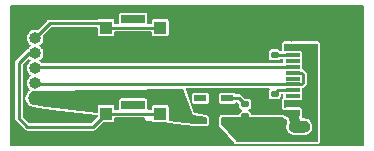
<source format=gbr>
%TF.GenerationSoftware,KiCad,Pcbnew,7.0.5-7.0.5~ubuntu22.04.1*%
%TF.CreationDate,2023-07-07T08:35:14+08:00*%
%TF.ProjectId,usb_programmer,7573625f-7072-46f6-9772-616d6d65722e,rev?*%
%TF.SameCoordinates,PX37a6d38PY343e060*%
%TF.FileFunction,Copper,L1,Top*%
%TF.FilePolarity,Positive*%
%FSLAX46Y46*%
G04 Gerber Fmt 4.6, Leading zero omitted, Abs format (unit mm)*
G04 Created by KiCad (PCBNEW 7.0.5-7.0.5~ubuntu22.04.1) date 2023-07-07 08:35:14*
%MOMM*%
%LPD*%
G01*
G04 APERTURE LIST*
G04 Aperture macros list*
%AMRoundRect*
0 Rectangle with rounded corners*
0 $1 Rounding radius*
0 $2 $3 $4 $5 $6 $7 $8 $9 X,Y pos of 4 corners*
0 Add a 4 corners polygon primitive as box body*
4,1,4,$2,$3,$4,$5,$6,$7,$8,$9,$2,$3,0*
0 Add four circle primitives for the rounded corners*
1,1,$1+$1,$2,$3*
1,1,$1+$1,$4,$5*
1,1,$1+$1,$6,$7*
1,1,$1+$1,$8,$9*
0 Add four rect primitives between the rounded corners*
20,1,$1+$1,$2,$3,$4,$5,0*
20,1,$1+$1,$4,$5,$6,$7,0*
20,1,$1+$1,$6,$7,$8,$9,0*
20,1,$1+$1,$8,$9,$2,$3,0*%
G04 Aperture macros list end*
%TA.AperFunction,ComponentPad*%
%ADD10O,1.000000X1.000000*%
%TD*%
%TA.AperFunction,SMDPad,CuDef*%
%ADD11R,1.143000X0.609600*%
%TD*%
%TA.AperFunction,SMDPad,CuDef*%
%ADD12R,1.143000X0.304800*%
%TD*%
%TA.AperFunction,ComponentPad*%
%ADD13O,1.803400X0.990600*%
%TD*%
%TA.AperFunction,ComponentPad*%
%ADD14O,2.209800X0.990600*%
%TD*%
%TA.AperFunction,SMDPad,CuDef*%
%ADD15R,1.000000X1.100000*%
%TD*%
%TA.AperFunction,SMDPad,CuDef*%
%ADD16R,2.000000X0.700000*%
%TD*%
%TA.AperFunction,SMDPad,CuDef*%
%ADD17R,1.045000X0.532000*%
%TD*%
%TA.AperFunction,SMDPad,CuDef*%
%ADD18RoundRect,0.135000X0.185000X-0.135000X0.185000X0.135000X-0.185000X0.135000X-0.185000X-0.135000X0*%
%TD*%
%TA.AperFunction,SMDPad,CuDef*%
%ADD19RoundRect,0.135000X-0.185000X0.135000X-0.185000X-0.135000X0.185000X-0.135000X0.185000X0.135000X0*%
%TD*%
%TA.AperFunction,Conductor*%
%ADD20C,0.254000*%
%TD*%
G04 APERTURE END LIST*
D10*
%TO.P,J2,1,Pin_1*%
%TO.N,RST*%
X2144248Y-2828121D03*
%TO.P,J2,2,Pin_2*%
%TO.N,BOOT*%
X2144248Y-4098121D03*
%TO.P,J2,3,Pin_3*%
%TO.N,D+*%
X2144248Y-5368121D03*
%TO.P,J2,4,Pin_4*%
%TO.N,D-*%
X2144248Y-6638121D03*
%TO.P,J2,5,Pin_5*%
%TO.N,+3V3*%
X2144248Y-7908121D03*
%TO.P,J2,6,Pin_6*%
%TO.N,GND*%
X2144248Y-9178121D03*
%TD*%
D11*
%TO.P,J1,A1,GND*%
%TO.N,GND*%
X23941801Y-9200001D03*
%TO.P,J1,A4,VBUS*%
%TO.N,VBUS*%
X23941801Y-8400000D03*
D12*
%TO.P,J1,A5,CC1*%
%TO.N,Net-(J1-CC1)*%
X23941801Y-7250000D03*
%TO.P,J1,A6,D+*%
%TO.N,D+*%
X23941801Y-6250000D03*
%TO.P,J1,A7,D-*%
%TO.N,D-*%
X23941801Y-5750000D03*
%TO.P,J1,A8,SBU1*%
%TO.N,unconnected-(J1-SBU1-PadA8)*%
X23941801Y-4750000D03*
D11*
%TO.P,J1,A9,VBUS*%
%TO.N,VBUS*%
X23941801Y-3600000D03*
%TO.P,J1,A12,GND*%
%TO.N,GND*%
X23941801Y-2800001D03*
D12*
%TO.P,J1,B5,CC2*%
%TO.N,Net-(J1-CC2)*%
X23941801Y-4249940D03*
%TO.P,J1,B6,D+*%
%TO.N,D+*%
X23941801Y-5249941D03*
%TO.P,J1,B7,D-*%
%TO.N,D-*%
X23941801Y-6749940D03*
%TO.P,J1,B8,SBU2*%
%TO.N,unconnected-(J1-SBU2-PadB8)*%
X23941801Y-7749941D03*
D13*
%TO.P,J1,S1,SHIELD*%
%TO.N,GND*%
X24516800Y-10320000D03*
D14*
X28516801Y-10320000D03*
D13*
X24516800Y-1680000D03*
D14*
X28516801Y-1680000D03*
%TD*%
D15*
%TO.P,SW1,1,1*%
%TO.N,BOOT*%
X8145000Y-9208500D03*
%TO.P,SW1,2,2*%
X12745000Y-9208500D03*
%TO.P,SW1,3,3*%
%TO.N,GND*%
X8145000Y-10808500D03*
%TO.P,SW1,4,4*%
X12745000Y-10808500D03*
D16*
%TO.P,SW1,5,5*%
%TO.N,unconnected-(SW1-Pad5)*%
X10445000Y-8484500D03*
%TD*%
D17*
%TO.P,U1,1,VIN*%
%TO.N,VBUS*%
X18430000Y-9810000D03*
%TO.P,U1,2,GND*%
%TO.N,GND*%
X18430000Y-8860000D03*
%TO.P,U1,3,EN*%
%TO.N,Net-(U1-EN)*%
X18430000Y-7910000D03*
%TO.P,U1,4,NC*%
%TO.N,unconnected-(U1-NC-Pad4)*%
X16134000Y-7910000D03*
%TO.P,U1,5,VOUT*%
%TO.N,+3V3*%
X16134000Y-9810000D03*
%TD*%
D18*
%TO.P,R2,1*%
%TO.N,Net-(J1-CC2)*%
X22425000Y-4230000D03*
%TO.P,R2,2*%
%TO.N,GND*%
X22425000Y-3210000D03*
%TD*%
D19*
%TO.P,R3,1*%
%TO.N,Net-(J1-CC1)*%
X22425000Y-7540001D03*
%TO.P,R3,2*%
%TO.N,GND*%
X22425000Y-8560001D03*
%TD*%
D15*
%TO.P,SW3,1,1*%
%TO.N,RST*%
X8135000Y-1935000D03*
%TO.P,SW3,2,2*%
X12735000Y-1935000D03*
%TO.P,SW3,3,3*%
%TO.N,GND*%
X8135000Y-3535000D03*
%TO.P,SW3,4,4*%
X12735000Y-3535000D03*
D16*
%TO.P,SW3,5,5*%
%TO.N,unconnected-(SW3-Pad5)*%
X10435000Y-1211000D03*
%TD*%
D18*
%TO.P,R1,1*%
%TO.N,VBUS*%
X19917000Y-9454049D03*
%TO.P,R1,2*%
%TO.N,Net-(U1-EN)*%
X19917000Y-8434049D03*
%TD*%
D20*
%TO.N,GND*%
X23795000Y-2621800D02*
X24516800Y-1900000D01*
X23795000Y-9818200D02*
X24516800Y-10540000D01*
X23795000Y-3020001D02*
X23795000Y-2621800D01*
X23795000Y-9420001D02*
X23795000Y-9818200D01*
%TO.N,BOOT*%
X760000Y-9590000D02*
X760000Y-4920000D01*
X8145000Y-9208500D02*
X12745000Y-9208500D01*
X760000Y-4920000D02*
X1581879Y-4098121D01*
X8145000Y-9208500D02*
X7033500Y-10320000D01*
X1490000Y-10320000D02*
X760000Y-9590000D01*
X1581879Y-4098121D02*
X2144248Y-4098121D01*
X7033500Y-10320000D02*
X1490000Y-10320000D01*
%TO.N,D+*%
X2262428Y-5249941D02*
X2144248Y-5368121D01*
X23795000Y-5249941D02*
X2262428Y-5249941D01*
%TO.N,D-*%
X24820000Y-5897100D02*
X24820000Y-6602900D01*
X2256067Y-6749940D02*
X2144248Y-6638121D01*
X24672960Y-6749940D02*
X23795000Y-6749940D01*
X24672900Y-5750000D02*
X24820000Y-5897100D01*
X24820000Y-6602900D02*
X24672960Y-6749940D01*
X23795000Y-6749940D02*
X2256067Y-6749940D01*
X23795000Y-5750000D02*
X24672900Y-5750000D01*
%TO.N,RST*%
X8142000Y-1942000D02*
X7780000Y-1580000D01*
X8135000Y-1935000D02*
X12735000Y-1935000D01*
X3392369Y-1580000D02*
X2144248Y-2828121D01*
X7780000Y-1580000D02*
X3392369Y-1580000D01*
X8145000Y-1942000D02*
X8142000Y-1942000D01*
%TO.N,Net-(U1-EN)*%
X19392951Y-7910000D02*
X19917000Y-8434049D01*
X18430000Y-7910000D02*
X19392951Y-7910000D01*
%TO.N,Net-(J1-CC2)*%
X22444940Y-4249940D02*
X23941801Y-4249940D01*
X22425000Y-4230000D02*
X22444940Y-4249940D01*
%TO.N,Net-(J1-CC1)*%
X22640000Y-7340000D02*
X22730000Y-7250000D01*
X22730000Y-7250000D02*
X23941801Y-7250000D01*
X22425000Y-7540001D02*
X22625001Y-7340000D01*
X22625001Y-7340000D02*
X22640000Y-7340000D01*
%TD*%
%TA.AperFunction,Conductor*%
%TO.N,+3V3*%
G36*
X14669948Y-7104354D02*
G01*
X14681877Y-7122822D01*
X15318132Y-8881000D01*
X15490445Y-9357156D01*
X16618570Y-9533523D01*
X16650584Y-9553053D01*
X16660000Y-9581934D01*
X16660000Y-10041000D01*
X16645648Y-10075648D01*
X16611000Y-10090000D01*
X15611413Y-10090000D01*
X15608594Y-10089837D01*
X13486382Y-9844239D01*
X13453613Y-9825999D01*
X13443340Y-9789931D01*
X13443957Y-9786003D01*
X13445500Y-9778248D01*
X13445500Y-8638752D01*
X13433867Y-8580269D01*
X13392481Y-8518331D01*
X13389552Y-8513947D01*
X13349795Y-8487382D01*
X13323231Y-8469633D01*
X13264748Y-8458000D01*
X12225252Y-8458000D01*
X12166768Y-8469632D01*
X12166769Y-8469633D01*
X12100447Y-8513947D01*
X12064114Y-8568325D01*
X12056133Y-8580269D01*
X12044500Y-8638752D01*
X12044500Y-8638755D01*
X12044500Y-8832000D01*
X12030148Y-8866648D01*
X11995500Y-8881000D01*
X11694500Y-8881000D01*
X11659852Y-8866648D01*
X11645500Y-8832000D01*
X11645500Y-8114755D01*
X11645500Y-8114754D01*
X11645500Y-8114752D01*
X11633867Y-8056269D01*
X11607301Y-8016512D01*
X11589552Y-7989947D01*
X11549795Y-7963382D01*
X11523231Y-7945633D01*
X11464748Y-7934000D01*
X9425252Y-7934000D01*
X9366768Y-7945632D01*
X9366769Y-7945633D01*
X9300447Y-7989947D01*
X9256133Y-8056269D01*
X9244500Y-8114752D01*
X9244500Y-8114754D01*
X9244500Y-8114755D01*
X9244500Y-8832000D01*
X9230148Y-8866648D01*
X9195500Y-8881000D01*
X8894500Y-8881000D01*
X8859852Y-8866648D01*
X8845500Y-8832000D01*
X8845500Y-8638755D01*
X8845500Y-8638752D01*
X8833867Y-8580269D01*
X8792481Y-8518331D01*
X8789552Y-8513947D01*
X8749795Y-8487382D01*
X8723231Y-8469633D01*
X8664748Y-8458000D01*
X7625252Y-8458000D01*
X7566768Y-8469632D01*
X7566769Y-8469633D01*
X7500447Y-8513947D01*
X7456133Y-8580269D01*
X7444499Y-8638755D01*
X7444499Y-9090033D01*
X7430147Y-9124681D01*
X7395499Y-9139033D01*
X7389866Y-9138708D01*
X2506867Y-8573613D01*
X2489728Y-8568325D01*
X2394472Y-8518330D01*
X2229304Y-8477621D01*
X2059192Y-8477621D01*
X2059189Y-8477621D01*
X2041861Y-8481892D01*
X2010969Y-8479412D01*
X1747028Y-8367236D01*
X1722005Y-8343314D01*
X1510626Y-7902176D01*
X1508596Y-7864728D01*
X1511426Y-7858234D01*
X1702540Y-7494208D01*
X1724418Y-7472958D01*
X2003547Y-7336639D01*
X2036769Y-7333094D01*
X2059192Y-7338621D01*
X2059195Y-7338621D01*
X2229304Y-7338621D01*
X2394473Y-7297911D01*
X2445950Y-7270893D01*
X2468009Y-7265287D01*
X14635097Y-7090501D01*
X14669948Y-7104354D01*
G37*
%TD.AperFunction*%
%TD*%
%TA.AperFunction,Conductor*%
%TO.N,VBUS*%
G36*
X23287329Y-3292757D02*
G01*
X23287336Y-3292726D01*
X23292069Y-3293667D01*
X23292070Y-3293668D01*
X23350553Y-3305301D01*
X23612673Y-3305301D01*
X23629428Y-3308255D01*
X23737253Y-3347501D01*
X23852747Y-3347501D01*
X23960571Y-3308255D01*
X23977327Y-3305301D01*
X24533046Y-3305301D01*
X24533049Y-3305301D01*
X24591532Y-3293668D01*
X24591532Y-3293667D01*
X24596266Y-3292726D01*
X24596272Y-3292757D01*
X24610134Y-3290000D01*
X26031000Y-3290000D01*
X26065648Y-3304352D01*
X26080000Y-3339000D01*
X26080000Y-11536035D01*
X26065648Y-11570683D01*
X26031035Y-11585035D01*
X19168129Y-11589983D01*
X19133471Y-11575656D01*
X19130287Y-11572155D01*
X17911193Y-10093575D01*
X17900000Y-10062403D01*
X17900000Y-9589000D01*
X17914352Y-9554352D01*
X17949000Y-9540000D01*
X23132661Y-9540000D01*
X23167309Y-9554352D01*
X23180719Y-9579440D01*
X23181433Y-9583029D01*
X23181434Y-9583032D01*
X23225748Y-9649353D01*
X23252313Y-9667102D01*
X23292070Y-9693668D01*
X23350553Y-9705301D01*
X23418500Y-9705301D01*
X23453148Y-9719653D01*
X23467500Y-9754301D01*
X23467500Y-9802827D01*
X23467407Y-9804963D01*
X23463713Y-9847186D01*
X23474678Y-9888107D01*
X23475141Y-9890194D01*
X23482502Y-9931938D01*
X23486596Y-9939030D01*
X23491488Y-9950842D01*
X23494715Y-9962882D01*
X23493288Y-9963264D01*
X23494667Y-9994999D01*
X23492014Y-10000999D01*
X23455037Y-10071455D01*
X23414600Y-10235515D01*
X23414600Y-10404484D01*
X23455038Y-10568547D01*
X23533555Y-10718150D01*
X23533557Y-10718154D01*
X23533562Y-10718162D01*
X23584381Y-10775525D01*
X23645607Y-10844636D01*
X23645612Y-10844640D01*
X23784669Y-10940624D01*
X23784668Y-10940624D01*
X23784671Y-10940625D01*
X23942661Y-11000543D01*
X24068315Y-11015800D01*
X24068319Y-11015800D01*
X24965281Y-11015800D01*
X24965285Y-11015800D01*
X25090939Y-11000543D01*
X25248929Y-10940625D01*
X25387989Y-10844639D01*
X25500038Y-10718162D01*
X25578562Y-10568546D01*
X25619000Y-10404485D01*
X25619000Y-10235515D01*
X25578562Y-10071454D01*
X25538436Y-9994999D01*
X25500044Y-9921849D01*
X25500043Y-9921847D01*
X25500038Y-9921838D01*
X25433900Y-9847184D01*
X25387992Y-9795363D01*
X25387987Y-9795359D01*
X25248930Y-9699375D01*
X25248931Y-9699375D01*
X25090940Y-9639457D01*
X25065808Y-9636405D01*
X24965285Y-9624200D01*
X24965281Y-9624200D01*
X24753686Y-9624200D01*
X24719038Y-9609848D01*
X24704686Y-9575200D01*
X24705627Y-9565641D01*
X24713801Y-9524549D01*
X24713801Y-8875453D01*
X24702168Y-8816970D01*
X24667077Y-8764453D01*
X24657853Y-8750648D01*
X24618096Y-8724083D01*
X24591532Y-8706334D01*
X24533049Y-8694701D01*
X23350553Y-8694701D01*
X23315463Y-8701680D01*
X23292068Y-8706334D01*
X23287774Y-8709204D01*
X23250991Y-8716519D01*
X23219810Y-8695682D01*
X23211553Y-8668376D01*
X23212514Y-8129632D01*
X23226927Y-8095012D01*
X23261600Y-8080722D01*
X23288735Y-8088979D01*
X23292070Y-8091208D01*
X23350553Y-8102841D01*
X23350556Y-8102841D01*
X24533046Y-8102841D01*
X24533049Y-8102841D01*
X24591532Y-8091208D01*
X24657853Y-8046893D01*
X24702168Y-7980572D01*
X24713801Y-7922089D01*
X24713801Y-7577793D01*
X24702168Y-7519310D01*
X24702164Y-7519304D01*
X24701925Y-7518725D01*
X24701924Y-7518089D01*
X24701226Y-7514576D01*
X24701924Y-7514437D01*
X24701922Y-7485503D01*
X24701226Y-7485365D01*
X24701922Y-7481865D01*
X24701922Y-7481222D01*
X24701927Y-7481212D01*
X24702165Y-7480634D01*
X24702168Y-7480631D01*
X24713801Y-7422148D01*
X24713801Y-7116405D01*
X24728153Y-7081758D01*
X24754291Y-7068150D01*
X24786699Y-7062437D01*
X24793787Y-7058344D01*
X24805597Y-7053451D01*
X24813503Y-7051334D01*
X24848210Y-7027031D01*
X24850007Y-7025885D01*
X24886720Y-7004690D01*
X24913977Y-6972204D01*
X24915398Y-6970654D01*
X25040729Y-6845324D01*
X25042268Y-6843914D01*
X25074750Y-6816660D01*
X25095946Y-6779945D01*
X25097086Y-6778156D01*
X25121394Y-6743443D01*
X25123511Y-6735537D01*
X25128404Y-6723727D01*
X25132497Y-6716639D01*
X25139856Y-6674898D01*
X25140319Y-6672812D01*
X25151287Y-6631884D01*
X25147593Y-6589663D01*
X25147500Y-6587527D01*
X25147500Y-5912472D01*
X25147593Y-5910336D01*
X25148046Y-5905146D01*
X25151287Y-5868116D01*
X25140318Y-5827182D01*
X25139856Y-5825098D01*
X25138846Y-5819370D01*
X25132497Y-5783361D01*
X25128405Y-5776274D01*
X25123510Y-5764456D01*
X25121394Y-5756557D01*
X25097084Y-5721838D01*
X25095935Y-5720034D01*
X25074749Y-5683339D01*
X25074747Y-5683336D01*
X25042284Y-5656097D01*
X25040707Y-5654652D01*
X24915344Y-5529290D01*
X24913899Y-5527713D01*
X24886658Y-5495248D01*
X24849951Y-5474056D01*
X24848160Y-5472915D01*
X24813443Y-5448606D01*
X24813442Y-5448605D01*
X24805542Y-5446488D01*
X24793727Y-5441595D01*
X24786637Y-5437502D01*
X24754291Y-5431798D01*
X24722662Y-5411647D01*
X24713801Y-5383543D01*
X24713801Y-5077796D01*
X24713801Y-5077795D01*
X24713801Y-5077793D01*
X24702168Y-5019310D01*
X24702164Y-5019304D01*
X24701925Y-5018725D01*
X24701924Y-5018089D01*
X24701226Y-5014576D01*
X24701924Y-5014437D01*
X24701922Y-4985503D01*
X24701226Y-4985365D01*
X24701922Y-4981865D01*
X24701922Y-4981222D01*
X24701927Y-4981212D01*
X24702165Y-4980634D01*
X24702168Y-4980631D01*
X24713801Y-4922148D01*
X24713801Y-4577852D01*
X24702168Y-4519369D01*
X24702167Y-4519367D01*
X24701900Y-4518722D01*
X24701900Y-4518023D01*
X24701226Y-4514635D01*
X24701900Y-4514500D01*
X24701900Y-4485439D01*
X24701226Y-4485305D01*
X24701900Y-4481916D01*
X24701900Y-4481218D01*
X24702167Y-4480572D01*
X24702166Y-4480572D01*
X24702168Y-4480571D01*
X24713801Y-4422088D01*
X24713801Y-4077792D01*
X24702168Y-4019309D01*
X24675602Y-3979552D01*
X24657853Y-3952987D01*
X24612135Y-3922440D01*
X24591532Y-3908673D01*
X24533049Y-3897040D01*
X23350553Y-3897040D01*
X23292070Y-3908673D01*
X23292065Y-3908674D01*
X23287749Y-3910462D01*
X23250246Y-3910460D01*
X23223729Y-3883940D01*
X23220000Y-3865191D01*
X23220000Y-3339000D01*
X23234352Y-3304352D01*
X23269000Y-3290000D01*
X23273468Y-3290000D01*
X23287329Y-3292757D01*
G37*
%TD.AperFunction*%
%TD*%
%TA.AperFunction,Conductor*%
%TO.N,GND*%
G36*
X1629930Y-4578333D02*
G01*
X1743396Y-4678855D01*
X1764123Y-4689733D01*
X1788132Y-4718541D01*
X1784739Y-4755891D01*
X1764125Y-4776506D01*
X1743404Y-4787382D01*
X1743399Y-4787385D01*
X1743396Y-4787387D01*
X1730095Y-4799171D01*
X1616064Y-4900192D01*
X1519430Y-5040189D01*
X1519429Y-5040191D01*
X1459109Y-5199246D01*
X1459108Y-5199249D01*
X1438603Y-5368121D01*
X1459108Y-5536993D01*
X1459109Y-5536995D01*
X1519429Y-5696050D01*
X1519430Y-5696052D01*
X1616064Y-5836049D01*
X1616065Y-5836050D01*
X1743396Y-5948855D01*
X1743405Y-5948859D01*
X1743404Y-5948859D01*
X1764123Y-5959734D01*
X1788133Y-5988544D01*
X1784738Y-6025893D01*
X1764123Y-6046508D01*
X1743404Y-6057382D01*
X1743399Y-6057385D01*
X1743396Y-6057387D01*
X1743395Y-6057388D01*
X1743394Y-6057389D01*
X1616064Y-6170192D01*
X1519430Y-6310189D01*
X1519429Y-6310191D01*
X1476860Y-6422440D01*
X1459108Y-6469249D01*
X1438603Y-6638121D01*
X1459108Y-6806993D01*
X1459109Y-6806995D01*
X1519429Y-6966050D01*
X1519430Y-6966052D01*
X1598335Y-7080364D01*
X1616065Y-7106050D01*
X1700317Y-7180690D01*
X1716735Y-7214408D01*
X1704501Y-7249860D01*
X1689328Y-7261396D01*
X1634238Y-7288301D01*
X1634227Y-7288308D01*
X1581242Y-7325544D01*
X1581238Y-7325547D01*
X1559363Y-7346794D01*
X1520589Y-7398685D01*
X1520588Y-7398687D01*
X1327761Y-7765976D01*
X1327739Y-7766021D01*
X1324516Y-7772740D01*
X1320211Y-7782619D01*
X1318892Y-7785715D01*
X1303397Y-7875850D01*
X1303397Y-7875856D01*
X1305426Y-7913295D01*
X1325303Y-7990977D01*
X1536681Y-8432113D01*
X1579999Y-8491856D01*
X1605016Y-8515773D01*
X1605026Y-8515781D01*
X1666640Y-8556359D01*
X1666648Y-8556364D01*
X1666650Y-8556365D01*
X1666654Y-8556367D01*
X1789002Y-8608365D01*
X1930589Y-8668540D01*
X1994524Y-8684253D01*
X2025416Y-8686733D01*
X2069043Y-8683200D01*
X2071019Y-8683121D01*
X2198404Y-8683121D01*
X2210129Y-8684544D01*
X2315292Y-8710464D01*
X2326325Y-8714648D01*
X2394226Y-8750286D01*
X2429142Y-8764691D01*
X2446281Y-8769979D01*
X2483243Y-8777751D01*
X2483247Y-8777751D01*
X2483250Y-8777752D01*
X4210872Y-8977684D01*
X7369181Y-9343186D01*
X7372002Y-9343430D01*
X7375015Y-9343691D01*
X7375031Y-9343692D01*
X7375076Y-9343696D01*
X7380008Y-9343980D01*
X7383639Y-9344191D01*
X7383640Y-9344191D01*
X7383974Y-9344210D01*
X7383975Y-9344209D01*
X7383978Y-9344210D01*
X7387288Y-9343647D01*
X7423850Y-9351989D01*
X7443806Y-9383741D01*
X7444499Y-9391954D01*
X7444499Y-9425549D01*
X7430147Y-9460197D01*
X6912198Y-9978148D01*
X6877550Y-9992500D01*
X1645951Y-9992500D01*
X1611303Y-9978148D01*
X1101852Y-9468697D01*
X1087500Y-9434049D01*
X1087500Y-5075950D01*
X1101852Y-5041302D01*
X1295162Y-4847992D01*
X1562791Y-4580362D01*
X1597438Y-4566011D01*
X1629930Y-4578333D01*
G37*
%TD.AperFunction*%
%TA.AperFunction,Conductor*%
G36*
X29935648Y-64352D02*
G01*
X29950000Y-99000D01*
X29950000Y-11901000D01*
X29935648Y-11935648D01*
X29901000Y-11950000D01*
X99000Y-11950000D01*
X64352Y-11935648D01*
X50000Y-11901000D01*
X50000Y-9618986D01*
X428713Y-9618986D01*
X439678Y-9659907D01*
X440141Y-9661994D01*
X447502Y-9703737D01*
X451595Y-9710827D01*
X456488Y-9722642D01*
X458605Y-9730542D01*
X458606Y-9730543D01*
X482915Y-9765260D01*
X484056Y-9767051D01*
X505248Y-9803758D01*
X505249Y-9803759D01*
X505250Y-9803760D01*
X536378Y-9829879D01*
X537714Y-9831000D01*
X539291Y-9832445D01*
X1247553Y-10540708D01*
X1248998Y-10542285D01*
X1276236Y-10574747D01*
X1276239Y-10574749D01*
X1276240Y-10574750D01*
X1312939Y-10595938D01*
X1314738Y-10597084D01*
X1349455Y-10621393D01*
X1349457Y-10621394D01*
X1357356Y-10623510D01*
X1369174Y-10628405D01*
X1373529Y-10630920D01*
X1376257Y-10632495D01*
X1376258Y-10632495D01*
X1376261Y-10632497D01*
X1412270Y-10638846D01*
X1417998Y-10639856D01*
X1420082Y-10640318D01*
X1461016Y-10651287D01*
X1496207Y-10648207D01*
X1503237Y-10647593D01*
X1505373Y-10647500D01*
X7018127Y-10647500D01*
X7020263Y-10647593D01*
X7028209Y-10648288D01*
X7062484Y-10651287D01*
X7103421Y-10640316D01*
X7105500Y-10639856D01*
X7147239Y-10632497D01*
X7154327Y-10628404D01*
X7166137Y-10623511D01*
X7174043Y-10621394D01*
X7208750Y-10597091D01*
X7210547Y-10595945D01*
X7247260Y-10574750D01*
X7274518Y-10542263D01*
X7275945Y-10540708D01*
X7843302Y-9973352D01*
X7877951Y-9959000D01*
X8664745Y-9959000D01*
X8664748Y-9959000D01*
X8723231Y-9947367D01*
X8789552Y-9903052D01*
X8833867Y-9836731D01*
X8845500Y-9778248D01*
X8845500Y-9585000D01*
X8859852Y-9550352D01*
X8894500Y-9536000D01*
X11374444Y-9536000D01*
X11409092Y-9550352D01*
X11423375Y-9582401D01*
X11426204Y-9635660D01*
X11436474Y-9671721D01*
X11466161Y-9733846D01*
X11534171Y-9794994D01*
X11566936Y-9813231D01*
X11566940Y-9813233D01*
X11643259Y-9837812D01*
X11643262Y-9837813D01*
X11969182Y-9875530D01*
X11972003Y-9875774D01*
X11975016Y-9876035D01*
X11975032Y-9876036D01*
X11975077Y-9876040D01*
X11980009Y-9876324D01*
X11983640Y-9876535D01*
X11983641Y-9876535D01*
X11983728Y-9876539D01*
X11983979Y-9876554D01*
X12041366Y-9866802D01*
X12077927Y-9875147D01*
X12090315Y-9887888D01*
X12100446Y-9903051D01*
X12110363Y-9909677D01*
X12166769Y-9947367D01*
X12225252Y-9959000D01*
X12225255Y-9959000D01*
X13264745Y-9959000D01*
X13264748Y-9959000D01*
X13271083Y-9957739D01*
X13307864Y-9965052D01*
X13313404Y-9969357D01*
X13353667Y-10005557D01*
X13353669Y-10005558D01*
X13353670Y-10005559D01*
X13386432Y-10023795D01*
X13386436Y-10023797D01*
X13462755Y-10048376D01*
X13462758Y-10048377D01*
X15587902Y-10294314D01*
X15593784Y-10294824D01*
X15602513Y-10295329D01*
X15608445Y-10295500D01*
X15608456Y-10295500D01*
X16610997Y-10295500D01*
X16611000Y-10295500D01*
X16689643Y-10279857D01*
X16713156Y-10270116D01*
X16722337Y-10267331D01*
X16734731Y-10264867D01*
X16801052Y-10220552D01*
X16845367Y-10154231D01*
X16857000Y-10095748D01*
X16857000Y-10088556D01*
X16857942Y-10078996D01*
X16858530Y-10076039D01*
X16865500Y-10041000D01*
X16865500Y-9581934D01*
X16857606Y-9532261D01*
X16857000Y-9524572D01*
X16857000Y-9524255D01*
X16857000Y-9524252D01*
X16845367Y-9465769D01*
X16813059Y-9417417D01*
X16801052Y-9399447D01*
X16734731Y-9355133D01*
X16734728Y-9355132D01*
X16700856Y-9348394D01*
X16693549Y-9346341D01*
X16650314Y-9330489D01*
X15670949Y-9177378D01*
X15638934Y-9157847D01*
X15632444Y-9145644D01*
X15288693Y-8195748D01*
X15411000Y-8195748D01*
X15422633Y-8254231D01*
X15440382Y-8280795D01*
X15466947Y-8320552D01*
X15493512Y-8338301D01*
X15533269Y-8364867D01*
X15591752Y-8376500D01*
X15591755Y-8376500D01*
X16676245Y-8376500D01*
X16676248Y-8376500D01*
X16734731Y-8364867D01*
X16801052Y-8320552D01*
X16845367Y-8254231D01*
X16857000Y-8195748D01*
X16857000Y-7624252D01*
X16845367Y-7565769D01*
X16818801Y-7526012D01*
X16801052Y-7499447D01*
X16761295Y-7472882D01*
X16734731Y-7455133D01*
X16676248Y-7443500D01*
X15591752Y-7443500D01*
X15533269Y-7455133D01*
X15466947Y-7499447D01*
X15426005Y-7560723D01*
X15422633Y-7565769D01*
X15411000Y-7624252D01*
X15411000Y-8195748D01*
X15288693Y-8195748D01*
X14907762Y-7143113D01*
X14909467Y-7105650D01*
X14937164Y-7080364D01*
X14953838Y-7077440D01*
X21974795Y-7077440D01*
X22009443Y-7091792D01*
X22023795Y-7126440D01*
X22009443Y-7161088D01*
X21960936Y-7209594D01*
X21960935Y-7209596D01*
X21910933Y-7316825D01*
X21910932Y-7316826D01*
X21904500Y-7365688D01*
X21904500Y-7714313D01*
X21904499Y-7714313D01*
X21910932Y-7763175D01*
X21910933Y-7763176D01*
X21960935Y-7870405D01*
X21960936Y-7870407D01*
X22044593Y-7954064D01*
X22044595Y-7954065D01*
X22044596Y-7954066D01*
X22151827Y-8004069D01*
X22200684Y-8010501D01*
X22200687Y-8010501D01*
X22649312Y-8010501D01*
X22649316Y-8010501D01*
X22698173Y-8004069D01*
X22805404Y-7954066D01*
X22889065Y-7870405D01*
X22939068Y-7763174D01*
X22945500Y-7714317D01*
X22945500Y-7626499D01*
X22959852Y-7591852D01*
X22994500Y-7577500D01*
X23120801Y-7577500D01*
X23155449Y-7591852D01*
X23169801Y-7626500D01*
X23169801Y-7864623D01*
X23155449Y-7899271D01*
X23146796Y-7906159D01*
X23090267Y-7941536D01*
X23037213Y-8016026D01*
X23037207Y-8016037D01*
X23022798Y-8050646D01*
X23007014Y-8129264D01*
X23007013Y-8129269D01*
X23006252Y-8556359D01*
X23006053Y-8668009D01*
X23006053Y-8668015D01*
X23006054Y-8668016D01*
X23014848Y-8727852D01*
X23014851Y-8727866D01*
X23021630Y-8750281D01*
X23023106Y-8755163D01*
X23042804Y-8800082D01*
X23105631Y-8866543D01*
X23136812Y-8887380D01*
X23199654Y-8915503D01*
X23291074Y-8918072D01*
X23327857Y-8910757D01*
X23332017Y-8909032D01*
X23350777Y-8905300D01*
X24459301Y-8905300D01*
X24493949Y-8919652D01*
X24508301Y-8954300D01*
X24508301Y-9499482D01*
X24507359Y-9509043D01*
X24503089Y-9530503D01*
X24501607Y-9540504D01*
X24500185Y-9554955D01*
X24500174Y-9555076D01*
X24499509Y-9563678D01*
X24514829Y-9653845D01*
X24529177Y-9688483D01*
X24529176Y-9688483D01*
X24565808Y-9746783D01*
X24640392Y-9799703D01*
X24640395Y-9799705D01*
X24675043Y-9814057D01*
X24753686Y-9829700D01*
X24951364Y-9829700D01*
X24954320Y-9829879D01*
X24989102Y-9834101D01*
X25035497Y-9839734D01*
X25046957Y-9842558D01*
X25141518Y-9878421D01*
X25147166Y-9880563D01*
X25157625Y-9886053D01*
X25245816Y-9946926D01*
X25254658Y-9954759D01*
X25325729Y-10034982D01*
X25332439Y-10044704D01*
X25382239Y-10139590D01*
X25386428Y-10150634D01*
X25412076Y-10254688D01*
X25413500Y-10266415D01*
X25413500Y-10373583D01*
X25412076Y-10385310D01*
X25386428Y-10489364D01*
X25382239Y-10500408D01*
X25332439Y-10595294D01*
X25325729Y-10605016D01*
X25254658Y-10685238D01*
X25245816Y-10693071D01*
X25157627Y-10753943D01*
X25147168Y-10759433D01*
X25046960Y-10797438D01*
X25035491Y-10800265D01*
X24954322Y-10810121D01*
X24951366Y-10810300D01*
X24082235Y-10810300D01*
X24079279Y-10810121D01*
X23998108Y-10800265D01*
X23986639Y-10797438D01*
X23886430Y-10759433D01*
X23875973Y-10753945D01*
X23787777Y-10693068D01*
X23778940Y-10685239D01*
X23707870Y-10605017D01*
X23701160Y-10595296D01*
X23690375Y-10574747D01*
X23651357Y-10500404D01*
X23647171Y-10489365D01*
X23621524Y-10385307D01*
X23620100Y-10373581D01*
X23620100Y-10266416D01*
X23621524Y-10254690D01*
X23647172Y-10150628D01*
X23651359Y-10139590D01*
X23675576Y-10093450D01*
X23675597Y-10093405D01*
X23675607Y-10093387D01*
X23678555Y-10087280D01*
X23678555Y-10087279D01*
X23678569Y-10087251D01*
X23682614Y-10078103D01*
X23682616Y-10078096D01*
X23682671Y-10077974D01*
X23683510Y-10076045D01*
X23683510Y-10076044D01*
X23683512Y-10076040D01*
X23699973Y-9986078D01*
X23698594Y-9954343D01*
X23698593Y-9954343D01*
X23697931Y-9939103D01*
X23693996Y-9930657D01*
X23693984Y-9930368D01*
X23693209Y-9909682D01*
X23693208Y-9909677D01*
X23691432Y-9903051D01*
X23688242Y-9891149D01*
X23683921Y-9878420D01*
X23682167Y-9874187D01*
X23679182Y-9863944D01*
X23678748Y-9861483D01*
X23677128Y-9852293D01*
X23676250Y-9847882D01*
X23674816Y-9841418D01*
X23673770Y-9837141D01*
X23673763Y-9837116D01*
X23673754Y-9837077D01*
X23673738Y-9837020D01*
X23673724Y-9836963D01*
X23673723Y-9836948D01*
X23673689Y-9836809D01*
X23673713Y-9836802D01*
X23672684Y-9820927D01*
X23672304Y-9820903D01*
X23672305Y-9820881D01*
X23672302Y-9820881D01*
X23672325Y-9820579D01*
X23672613Y-9816180D01*
X23672613Y-9816175D01*
X23672615Y-9816148D01*
X23672903Y-9809532D01*
X23673000Y-9805063D01*
X23673000Y-9754301D01*
X23657357Y-9675658D01*
X23643008Y-9641017D01*
X23643009Y-9641017D01*
X23639642Y-9635659D01*
X23606379Y-9582720D01*
X23606378Y-9582719D01*
X23606377Y-9582717D01*
X23531793Y-9529797D01*
X23524630Y-9526830D01*
X23517443Y-9523853D01*
X23497146Y-9515445D01*
X23497140Y-9515443D01*
X23464963Y-9509043D01*
X23418500Y-9499801D01*
X23418497Y-9499801D01*
X23400535Y-9499801D01*
X23365887Y-9485449D01*
X23357321Y-9473900D01*
X23348546Y-9457484D01*
X23346352Y-9454345D01*
X23320540Y-9417419D01*
X23320538Y-9417418D01*
X23320538Y-9417417D01*
X23245954Y-9364496D01*
X23211307Y-9350144D01*
X23211301Y-9350142D01*
X23177907Y-9343500D01*
X23132661Y-9334500D01*
X23132658Y-9334500D01*
X20486500Y-9334500D01*
X20451852Y-9320148D01*
X20437500Y-9285500D01*
X20437500Y-9279736D01*
X20437500Y-9279733D01*
X20431068Y-9230876D01*
X20381065Y-9123645D01*
X20381064Y-9123644D01*
X20381063Y-9123642D01*
X20297406Y-9039985D01*
X20297404Y-9039984D01*
X20297403Y-9039984D01*
X20190173Y-8989981D01*
X20190171Y-8989980D01*
X20186906Y-8988458D01*
X20161569Y-8960808D01*
X20163205Y-8923341D01*
X20186906Y-8899640D01*
X20190171Y-8898117D01*
X20190173Y-8898117D01*
X20297404Y-8848114D01*
X20381065Y-8764453D01*
X20431068Y-8657222D01*
X20437500Y-8608365D01*
X20437500Y-8259733D01*
X20431068Y-8210876D01*
X20381065Y-8103645D01*
X20381064Y-8103644D01*
X20381063Y-8103642D01*
X20297406Y-8019985D01*
X20297404Y-8019984D01*
X20190175Y-7969982D01*
X20190174Y-7969981D01*
X20180401Y-7968694D01*
X20141316Y-7963549D01*
X20141312Y-7963549D01*
X19929951Y-7963549D01*
X19895303Y-7949197D01*
X19635396Y-7689291D01*
X19633951Y-7687714D01*
X19606709Y-7655248D01*
X19570002Y-7634056D01*
X19568211Y-7632915D01*
X19533494Y-7608606D01*
X19533493Y-7608605D01*
X19525593Y-7606488D01*
X19513778Y-7601595D01*
X19506688Y-7597502D01*
X19464945Y-7590141D01*
X19462858Y-7589678D01*
X19421937Y-7578713D01*
X19421935Y-7578713D01*
X19404638Y-7580226D01*
X19379714Y-7582407D01*
X19377578Y-7582500D01*
X19178737Y-7582500D01*
X19144089Y-7568148D01*
X19137995Y-7560723D01*
X19097052Y-7499447D01*
X19057295Y-7472882D01*
X19030731Y-7455133D01*
X18972248Y-7443500D01*
X17887752Y-7443500D01*
X17829269Y-7455133D01*
X17762947Y-7499447D01*
X17722005Y-7560723D01*
X17718633Y-7565769D01*
X17707000Y-7624252D01*
X17707000Y-8195748D01*
X17718633Y-8254231D01*
X17736382Y-8280795D01*
X17762947Y-8320552D01*
X17789512Y-8338301D01*
X17829269Y-8364867D01*
X17887752Y-8376500D01*
X17887755Y-8376500D01*
X18972245Y-8376500D01*
X18972248Y-8376500D01*
X19030731Y-8364867D01*
X19097052Y-8320552D01*
X19137995Y-8259276D01*
X19169178Y-8238442D01*
X19178737Y-8237500D01*
X19237001Y-8237500D01*
X19271649Y-8251852D01*
X19382148Y-8362351D01*
X19396500Y-8396999D01*
X19396500Y-8608361D01*
X19396499Y-8608361D01*
X19402932Y-8657223D01*
X19402933Y-8657224D01*
X19452935Y-8764453D01*
X19452936Y-8764455D01*
X19536593Y-8848112D01*
X19536595Y-8848113D01*
X19536596Y-8848114D01*
X19620802Y-8887380D01*
X19647093Y-8899640D01*
X19672430Y-8927290D01*
X19670794Y-8964757D01*
X19647093Y-8988458D01*
X19536595Y-9039984D01*
X19536593Y-9039985D01*
X19452936Y-9123642D01*
X19452935Y-9123644D01*
X19402933Y-9230873D01*
X19402932Y-9230874D01*
X19396500Y-9279736D01*
X19396500Y-9285500D01*
X19382148Y-9320148D01*
X19347500Y-9334500D01*
X17948997Y-9334500D01*
X17920417Y-9340185D01*
X17908488Y-9342558D01*
X17898931Y-9343500D01*
X17887752Y-9343500D01*
X17829274Y-9355132D01*
X17829269Y-9355133D01*
X17762947Y-9399447D01*
X17718633Y-9465769D01*
X17706998Y-9524262D01*
X17706745Y-9526830D01*
X17706393Y-9529203D01*
X17697359Y-9574627D01*
X17694500Y-9589000D01*
X17694500Y-10062403D01*
X17706591Y-10131851D01*
X17706592Y-10131855D01*
X17717783Y-10163023D01*
X17752635Y-10224303D01*
X18085821Y-10628408D01*
X18973317Y-11704808D01*
X18976580Y-11708576D01*
X18976592Y-11708590D01*
X18976604Y-11708603D01*
X18978330Y-11710501D01*
X18981441Y-11713921D01*
X19054964Y-11765569D01*
X19089622Y-11779896D01*
X19168277Y-11795483D01*
X19168278Y-11795482D01*
X19168279Y-11795483D01*
X19178146Y-11795475D01*
X26031183Y-11790535D01*
X26109746Y-11774863D01*
X26144359Y-11760511D01*
X26202581Y-11723914D01*
X26255505Y-11649326D01*
X26269857Y-11614678D01*
X26285500Y-11536035D01*
X26285500Y-3339000D01*
X26269857Y-3260357D01*
X26255508Y-3225716D01*
X26255509Y-3225716D01*
X26218877Y-3167416D01*
X26144293Y-3114496D01*
X26109646Y-3100144D01*
X26109640Y-3100142D01*
X26077548Y-3093759D01*
X26031000Y-3084500D01*
X24610134Y-3084500D01*
X24610133Y-3084500D01*
X24570045Y-3088448D01*
X24570040Y-3088449D01*
X24557808Y-3090880D01*
X24557256Y-3090959D01*
X24543182Y-3093759D01*
X24533624Y-3094700D01*
X23349977Y-3094700D01*
X23340420Y-3093759D01*
X23327423Y-3091174D01*
X23327393Y-3091170D01*
X23326224Y-3090967D01*
X23313557Y-3088448D01*
X23273468Y-3084500D01*
X23269000Y-3084500D01*
X23229859Y-3092285D01*
X23190359Y-3100142D01*
X23190349Y-3100145D01*
X23155716Y-3114491D01*
X23155710Y-3114494D01*
X23155709Y-3114495D01*
X23137618Y-3125861D01*
X23097416Y-3151122D01*
X23044496Y-3225706D01*
X23030144Y-3260353D01*
X23030142Y-3260359D01*
X23023043Y-3296049D01*
X23014500Y-3339000D01*
X23014500Y-3339002D01*
X23014500Y-3339003D01*
X23014500Y-3865199D01*
X23014839Y-3868640D01*
X23003951Y-3904528D01*
X22970875Y-3922204D01*
X22966075Y-3922440D01*
X22930569Y-3922440D01*
X22895921Y-3908088D01*
X22890431Y-3901546D01*
X22889064Y-3899594D01*
X22805406Y-3815936D01*
X22805404Y-3815935D01*
X22698175Y-3765933D01*
X22698174Y-3765932D01*
X22688401Y-3764645D01*
X22649316Y-3759500D01*
X22200684Y-3759500D01*
X22168112Y-3763788D01*
X22151825Y-3765932D01*
X22151824Y-3765933D01*
X22044595Y-3815935D01*
X22044593Y-3815936D01*
X21960936Y-3899593D01*
X21960935Y-3899595D01*
X21910933Y-4006824D01*
X21910932Y-4006825D01*
X21904500Y-4055687D01*
X21904500Y-4404312D01*
X21904499Y-4404312D01*
X21910932Y-4453174D01*
X21910933Y-4453175D01*
X21960935Y-4560404D01*
X21960936Y-4560406D01*
X22044593Y-4644063D01*
X22044595Y-4644064D01*
X22044596Y-4644065D01*
X22151827Y-4694068D01*
X22200684Y-4700500D01*
X22200687Y-4700500D01*
X22649312Y-4700500D01*
X22649316Y-4700500D01*
X22698173Y-4694068D01*
X22805404Y-4644065D01*
X22857677Y-4591791D01*
X22892325Y-4577440D01*
X23120801Y-4577440D01*
X23155449Y-4591792D01*
X23169801Y-4626440D01*
X23169801Y-4873441D01*
X23155449Y-4908089D01*
X23120801Y-4922441D01*
X2713506Y-4922441D01*
X2678858Y-4908089D01*
X2673181Y-4901278D01*
X2672431Y-4900192D01*
X2672428Y-4900188D01*
X2555075Y-4796224D01*
X2545100Y-4787387D01*
X2524370Y-4776507D01*
X2500362Y-4747700D01*
X2503755Y-4710350D01*
X2524370Y-4689734D01*
X2545100Y-4678855D01*
X2672431Y-4566050D01*
X2769066Y-4426051D01*
X2829388Y-4266993D01*
X2849893Y-4098121D01*
X2829388Y-3929249D01*
X2769066Y-3770191D01*
X2766126Y-3765932D01*
X2672431Y-3630192D01*
X2545101Y-3517388D01*
X2545100Y-3517387D01*
X2524370Y-3506507D01*
X2500362Y-3477700D01*
X2503755Y-3440350D01*
X2524370Y-3419734D01*
X2545100Y-3408855D01*
X2672431Y-3296050D01*
X2769066Y-3156051D01*
X2829388Y-2996993D01*
X2849893Y-2828121D01*
X2829388Y-2659249D01*
X2826016Y-2650360D01*
X2827150Y-2612875D01*
X2837185Y-2598337D01*
X3513672Y-1921852D01*
X3548320Y-1907500D01*
X7385500Y-1907500D01*
X7420148Y-1921852D01*
X7434500Y-1956500D01*
X7434500Y-2504748D01*
X7446133Y-2563231D01*
X7463882Y-2589795D01*
X7490447Y-2629552D01*
X7517012Y-2647301D01*
X7556769Y-2673867D01*
X7615252Y-2685500D01*
X7615255Y-2685500D01*
X8654745Y-2685500D01*
X8654748Y-2685500D01*
X8713231Y-2673867D01*
X8779552Y-2629552D01*
X8823867Y-2563231D01*
X8835500Y-2504748D01*
X8835500Y-2311500D01*
X8849852Y-2276852D01*
X8884500Y-2262500D01*
X11985500Y-2262500D01*
X12020148Y-2276852D01*
X12034500Y-2311500D01*
X12034500Y-2504748D01*
X12046133Y-2563231D01*
X12063882Y-2589795D01*
X12090447Y-2629552D01*
X12117012Y-2647301D01*
X12156769Y-2673867D01*
X12215252Y-2685500D01*
X12215255Y-2685500D01*
X13254745Y-2685500D01*
X13254748Y-2685500D01*
X13313231Y-2673867D01*
X13379552Y-2629552D01*
X13423867Y-2563231D01*
X13435500Y-2504748D01*
X13435500Y-1365252D01*
X13423867Y-1306769D01*
X13385075Y-1248713D01*
X13379552Y-1240447D01*
X13339795Y-1213882D01*
X13313231Y-1196133D01*
X13254748Y-1184500D01*
X12215252Y-1184500D01*
X12156769Y-1196133D01*
X12090447Y-1240447D01*
X12064951Y-1278606D01*
X12046133Y-1306769D01*
X12034500Y-1365252D01*
X12034500Y-1365255D01*
X12034500Y-1558500D01*
X12020148Y-1593148D01*
X11985500Y-1607500D01*
X11684500Y-1607500D01*
X11649852Y-1593148D01*
X11635500Y-1558500D01*
X11635500Y-841255D01*
X11635500Y-841252D01*
X11623867Y-782769D01*
X11597301Y-743012D01*
X11579552Y-716447D01*
X11539795Y-689882D01*
X11513231Y-672133D01*
X11454748Y-660500D01*
X9415252Y-660500D01*
X9356769Y-672133D01*
X9290447Y-716447D01*
X9246133Y-782768D01*
X9246133Y-782769D01*
X9234500Y-841252D01*
X9234500Y-841255D01*
X9234500Y-1558500D01*
X9220148Y-1593148D01*
X9185500Y-1607500D01*
X8884500Y-1607500D01*
X8849852Y-1593148D01*
X8835500Y-1558500D01*
X8835500Y-1365255D01*
X8835500Y-1365252D01*
X8823867Y-1306769D01*
X8785075Y-1248713D01*
X8779552Y-1240447D01*
X8739795Y-1213882D01*
X8713231Y-1196133D01*
X8654748Y-1184500D01*
X7615252Y-1184500D01*
X7556769Y-1196133D01*
X7486435Y-1243129D01*
X7485196Y-1241275D01*
X7458099Y-1252500D01*
X3407742Y-1252500D01*
X3405606Y-1252407D01*
X3374261Y-1249664D01*
X3363385Y-1248713D01*
X3363384Y-1248713D01*
X3363383Y-1248713D01*
X3322455Y-1259679D01*
X3320369Y-1260142D01*
X3278628Y-1267503D01*
X3278627Y-1267503D01*
X3271543Y-1271593D01*
X3259734Y-1276485D01*
X3251828Y-1278604D01*
X3251823Y-1278606D01*
X3217103Y-1302917D01*
X3215300Y-1304066D01*
X3178610Y-1325248D01*
X3151366Y-1357715D01*
X3149922Y-1359290D01*
X2371021Y-2138192D01*
X2336373Y-2152544D01*
X2324647Y-2151120D01*
X2229307Y-2127621D01*
X2229304Y-2127621D01*
X2059192Y-2127621D01*
X1894023Y-2168330D01*
X1743404Y-2247382D01*
X1743399Y-2247385D01*
X1743396Y-2247387D01*
X1743392Y-2247389D01*
X1743394Y-2247389D01*
X1616064Y-2360192D01*
X1519430Y-2500189D01*
X1519429Y-2500191D01*
X1470370Y-2629552D01*
X1459108Y-2659249D01*
X1438603Y-2828121D01*
X1459108Y-2996993D01*
X1459109Y-2996995D01*
X1519429Y-3156050D01*
X1519430Y-3156052D01*
X1591429Y-3260359D01*
X1616065Y-3296050D01*
X1743396Y-3408855D01*
X1764123Y-3419733D01*
X1788132Y-3448541D01*
X1784739Y-3485891D01*
X1764125Y-3506506D01*
X1743404Y-3517382D01*
X1743399Y-3517385D01*
X1743396Y-3517387D01*
X1743395Y-3517388D01*
X1743394Y-3517389D01*
X1616064Y-3630192D01*
X1526048Y-3760602D01*
X1494554Y-3780964D01*
X1494232Y-3781022D01*
X1468145Y-3785622D01*
X1468139Y-3785624D01*
X1461050Y-3789717D01*
X1449241Y-3794608D01*
X1441338Y-3796726D01*
X1441331Y-3796729D01*
X1406617Y-3821035D01*
X1404815Y-3822184D01*
X1368120Y-3843369D01*
X1340876Y-3875836D01*
X1339432Y-3877411D01*
X539297Y-4677548D01*
X537721Y-4678992D01*
X505249Y-4706240D01*
X484057Y-4742944D01*
X482909Y-4744747D01*
X458608Y-4779453D01*
X458605Y-4779459D01*
X456487Y-4787362D01*
X451596Y-4799171D01*
X447502Y-4806262D01*
X440144Y-4847992D01*
X439681Y-4850079D01*
X428713Y-4891014D01*
X428713Y-4891016D01*
X432407Y-4933242D01*
X432500Y-4935361D01*
X432500Y-9574627D01*
X432407Y-9576763D01*
X428713Y-9618986D01*
X50000Y-9618986D01*
X50000Y-99000D01*
X64352Y-64352D01*
X99000Y-50000D01*
X29901000Y-50000D01*
X29935648Y-64352D01*
G37*
%TD.AperFunction*%
%TD*%
M02*

</source>
